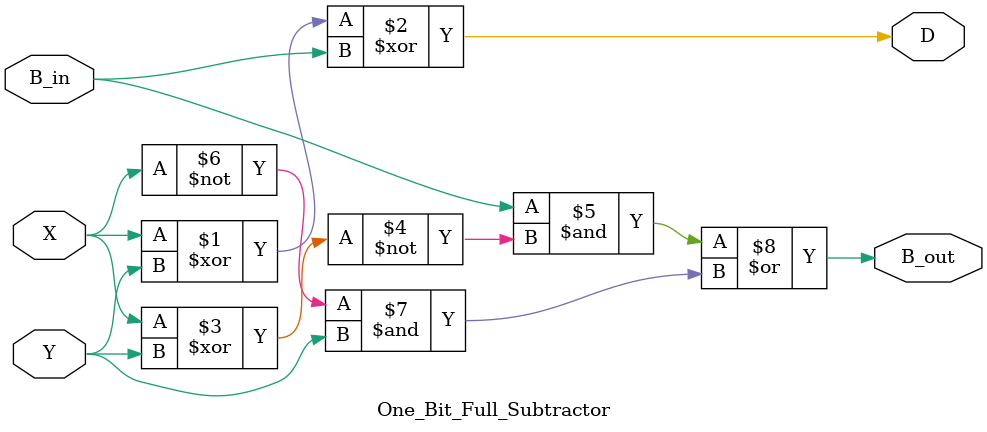
<source format=v>
module One_Bit_Full_Subtractor(input X,
										 input Y, 
										 input B_in,
										 output D, 
										 output B_out );
assign D = X ^ Y ^ B_in;
assign B_out = B_in&~(X^Y)|~X&Y;

endmodule
</source>
